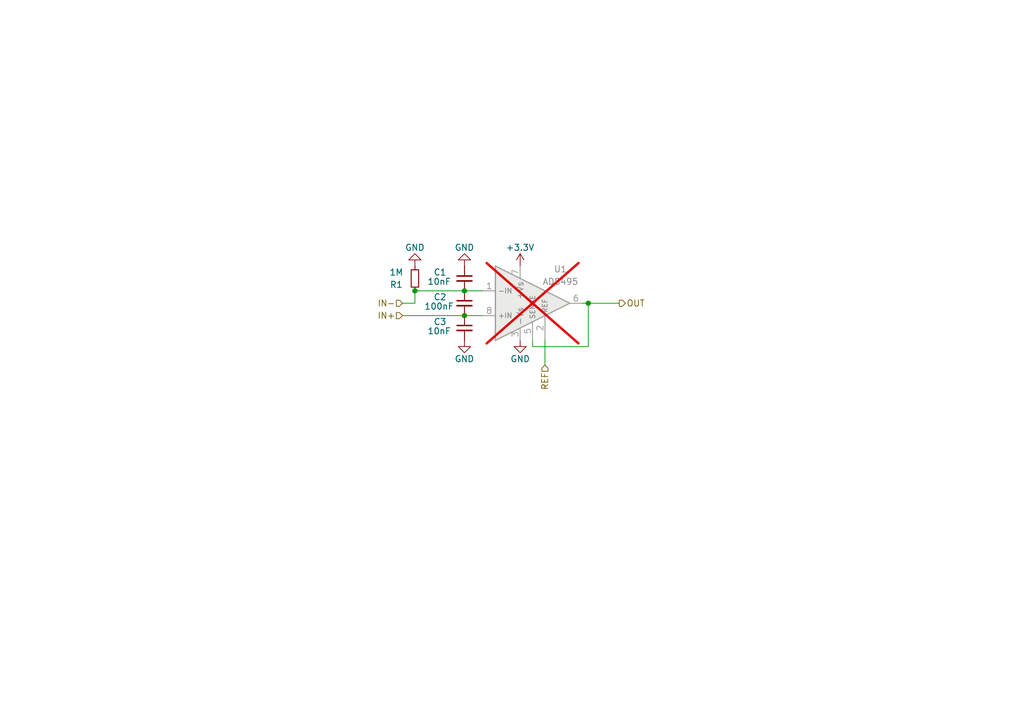
<source format=kicad_sch>
(kicad_sch (version 20230121) (generator eeschema)
  (paper "A5")
  (lib_symbols
    (symbol "Device:C_Small" (pin_numbers hide) (pin_names (offset 0.254) hide)
      (property "Reference" "C" (at 0.254 1.778 0))
      (property "Value" "C_Small" (at 0.254 -2.032 0))
      (symbol "C_Small_0_1"
        (polyline (pts (xy -1.524 -0.508) (xy 1.524 -0.508)) (stroke (width 0.3302)))
        (polyline (pts (xy -1.524 0.508) (xy 1.524 0.508)) (stroke (width 0.3048)))
      )
      (symbol "C_Small_1_1"
        (pin passive line (at 0 2.54 270) (length 2.032) (name "~") (number "1"))
        (pin passive line (at 0 -2.54 90) (length 2.032) (name "~") (number "2"))
      )
    )
    (symbol "Device:R_Small" (pin_numbers hide) (pin_names (offset 0.254) hide)
      (property "Reference" "R" (at 0.762 0.508 0))
      (property "Value" "R_Small" (at 0.762 -1.016 0))
      (symbol "R_Small_0_1"
        (rectangle (start -0.762 1.778) (end 0.762 -1.778) (stroke (width 0.2032)))
      )
      (symbol "R_Small_1_1"
        (pin passive line (at 0 2.54 270) (length 0.762) (name "~") (number "1"))
        (pin passive line (at 0 -2.54 90) (length 0.762) (name "~") (number "2"))
      )
    )
    (symbol "Sensor_Temperature:AD8495"
      (property "Reference" "U" (at 5.08 3.81 0))
      (property "Value" "AD8495" (at 8.89 -3.81 0))
      (symbol "AD8495_0_1"
        (polyline (pts (xy -7.62 7.62) (xy 7.62 0) (xy -7.62 -7.62) (xy -7.62 7.62)) (stroke (width 0.254)) (fill (type background)))
      )
      (symbol "AD8495_1_1"
        (pin input line (at -10.16 2.54 0) (length 2.54) (name "-IN") (number "1"))
        (pin input line (at 2.54 -7.62 90) (length 5.08) (name "REF") (number "2"))
        (pin power_in line (at -2.54 -7.62 90) (length 2.54) (name "-Vs") (number "3"))
        (pin no_connect line (at -5.08 0 180) (length 2.54) hide (name "NC") (number "4"))
        (pin passive line (at 0 -7.62 90) (length 3.81) (name "SENSE") (number "5"))
        (pin output line (at 10.16 0 180) (length 2.54) (name "~") (number "6"))
        (pin power_in line (at -2.54 7.62 270) (length 2.54) (name "+Vs") (number "7"))
        (pin input line (at -10.16 -2.54 0) (length 2.54) (name "+IN") (number "8"))
      )
    )
    (symbol "power:+3.3V" (power) (pin_names (offset 0))
      (property "Value" "+3.3V" (at 0 3.556 0))
      (symbol "+3.3V_0_1"
        (polyline (pts (xy -0.762 1.27) (xy 0 2.54)))
        (polyline (pts (xy 0 0) (xy 0 2.54)))
        (polyline (pts (xy 0 2.54) (xy 0.762 1.27)))
      )
      (symbol "+3.3V_1_1"
        (pin power_in line (at 0 0 90) (length 0) hide (name "+3.3V") (number "1"))
      )
    )
    (symbol "power:GND" (power) (pin_names (offset 0))
      (property "Value" "GND" (at 0 -3.81 0))
      (symbol "GND_0_1"
        (polyline (pts (xy 0 0) (xy 0 -1.27) (xy 1.27 -1.27) (xy 0 -2.54) (xy -1.27 -1.27) (xy 0 -1.27)))
      )
      (symbol "GND_1_1"
        (pin power_in line (at 0 0 270) (length 0) hide (name "GND") (number "1"))
      )
    )
  )
  (junction (at 120.65 62.23))
  (junction (at 95.25 64.77))
  (junction (at 95.25 59.69))
  (junction (at 85.09 59.69))
  (wire (pts (xy 85.09 62.23) (xy 85.09 59.69)))
  (wire (pts (xy 95.25 64.77) (xy 99.06 64.77)))
  (wire (pts (xy 120.65 62.23) (xy 120.65 71.12)))
  (wire (pts (xy 82.55 62.23) (xy 85.09 62.23)))
  (wire (pts (xy 95.25 59.69) (xy 99.06 59.69)))
  (wire (pts (xy 109.22 71.12) (xy 109.22 69.85)))
  (wire (pts (xy 82.55 64.77) (xy 95.25 64.77)))
  (wire (pts (xy 85.09 59.69) (xy 95.25 59.69)))
  (wire (pts (xy 120.65 62.23) (xy 127 62.23)))
  (wire (pts (xy 119.38 62.23) (xy 120.65 62.23)))
  (wire (pts (xy 120.65 71.12) (xy 109.22 71.12)))
  (wire (pts (xy 111.76 69.85) (xy 111.76 74.93)))
  (hierarchical_label "OUT" (shape output) (at 127 62.23 0))
  (hierarchical_label "REF" (shape input) (at 111.76 74.93 270))
  (hierarchical_label "IN+" (shape input) (at 82.55 64.77 180))
  (hierarchical_label "IN-" (shape input) (at 82.55 62.23 180))
  (symbol (lib_id "power:GND") (at 95.25 69.85 0) (unit 1)
    (property "Reference" "#PWR03" (effects hide))
    (property "Value" "GND" (at 95.25 73.66 0))
    (instances (project "ecu-kicad-v0.4" (path "" (reference "#PWR03") (unit 1)) (path "" (reference "#PWR010") (unit 1)) (path "" (reference "#PWR015") (unit 1)) (path "" (reference "#PWR067") (unit 1)) (path "" (reference "#PWR060") (unit 1)) (path "" (reference "#PWR025") (unit 1)) (path "" (reference "#PWR020") (unit 1))))
  )
  (symbol (lib_id "Device:C_Small") (at 95.25 57.15 0) (unit 1)
    (property "Reference" "C1" (at 88.9 55.88 0) (effects (justify left)))
    (property "Value" "10nF" (at 87.63 57.785 0) (effects (justify left)))
    (property "Footprint" "Capacitor_SMD:C_0402_1005Metric" (effects hide))
    (property "LCSC" "C15195" (effects hide))
    (instances (project "ecu-kicad-v0.4" (path "" (reference "C1") (unit 1)) (path "" (reference "C4") (unit 1)) (path "" (reference "C7") (unit 1)) (path "" (reference "C48") (unit 1)) (path "" (reference "C45") (unit 1)) (path "" (reference "C39") (unit 1)) (path "" (reference "C10") (unit 1))))
  )
  (symbol (lib_id "power:GND") (at 85.09 54.61 180) (unit 1)
    (property "Reference" "#PWR01" (effects hide))
    (property "Value" "GND" (at 85.09 50.8 0))
    (instances (project "ecu-kicad-v0.4" (path "" (reference "#PWR01") (unit 1)) (path "" (reference "#PWR08") (unit 1)) (path "" (reference "#PWR013") (unit 1)) (path "" (reference "#PWR063") (unit 1)) (path "" (reference "#PWR058") (unit 1)) (path "" (reference "#PWR023") (unit 1)) (path "" (reference "#PWR018") (unit 1))))
  )
  (symbol (lib_id "power:GND") (at 106.68 69.85 0) (unit 1)
    (property "Reference" "#PWR05" (effects hide))
    (property "Value" "GND" (at 106.68 73.66 0))
    (instances (project "ecu-kicad-v0.4" (path "" (reference "#PWR05") (unit 1)) (path "" (reference "#PWR012") (unit 1)) (path "" (reference "#PWR017") (unit 1)) (path "" (reference "#PWR071") (unit 1)) (path "" (reference "#PWR062") (unit 1)) (path "" (reference "#PWR027") (unit 1)) (path "" (reference "#PWR022") (unit 1))))
  )
  (symbol (lib_id "Device:C_Small") (at 95.25 62.23 0) (unit 1)
    (property "Reference" "C2" (at 88.9 60.96 0) (effects (justify left)))
    (property "Value" "100nF" (at 86.995 62.865 0) (effects (justify left)))
    (property "Footprint" "Capacitor_SMD:C_0402_1005Metric" (effects hide))
    (property "LCSC" "C307331" (effects hide))
    (instances (project "ecu-kicad-v0.4" (path "" (reference "C2") (unit 1)) (path "" (reference "C5") (unit 1)) (path "" (reference "C8") (unit 1)) (path "" (reference "C49") (unit 1)) (path "" (reference "C46") (unit 1)) (path "" (reference "C40") (unit 1)) (path "" (reference "C37") (unit 1))))
  )
  (symbol (lib_id "power:+3.3V") (at 106.68 54.61 0) (unit 1)
    (property "Reference" "#PWR04" (effects hide))
    (property "Value" "+3.3V" (at 106.68 50.8 0))
    (instances (project "ecu-kicad-v0.4" (path "" (reference "#PWR04") (unit 1)) (path "" (reference "#PWR011") (unit 1)) (path "" (reference "#PWR016") (unit 1)) (path "" (reference "#PWR070") (unit 1)) (path "" (reference "#PWR061") (unit 1)) (path "" (reference "#PWR026") (unit 1)) (path "" (reference "#PWR021") (unit 1))))
  )
  (symbol (lib_id "Device:C_Small") (at 95.25 67.31 0) (unit 1)
    (property "Reference" "C3" (at 88.9 66.04 0) (effects (justify left)))
    (property "Value" "10nF" (at 87.63 67.945 0) (effects (justify left)))
    (property "Footprint" "Capacitor_SMD:C_0402_1005Metric" (effects hide))
    (property "LCSC" "C15195" (effects hide))
    (instances (project "ecu-kicad-v0.4" (path "" (reference "C3") (unit 1)) (path "" (reference "C6") (unit 1)) (path "" (reference "C9") (unit 1)) (path "" (reference "C50") (unit 1)) (path "" (reference "C47") (unit 1)) (path "" (reference "C41") (unit 1)) (path "" (reference "C38") (unit 1))))
  )
  (symbol (lib_id "Sensor_Temperature:AD8495") (at 109.22 62.23 0) (unit 1) (dnp yes)
    (property "Reference" "U1" (at 114.935 55.245 0))
    (property "Value" "AD8495" (at 114.935 57.785 0))
    (property "Footprint" "CustomFootprints:MSOP-8_3x3mm_P0.65mm_HandSolder" (effects hide))
    (property "Datasheet" "https://www.analog.com/media/en/technical-documentation/data-sheets/ad8494_8495_8496_8497.pdf" (effects hide))
    (property "LCSC" "C59658" (effects hide))
    (instances (project "ecu-kicad-v0.4" (path "" (reference "U1") (unit 1)) (path "" (reference "U4") (unit 1)) (path "" (reference "U5") (unit 1)) (path "" (reference "U10") (unit 1)) (path "" (reference "U9") (unit 1)) (path "" (reference "U7") (unit 1)) (path "" (reference "U6") (unit 1))))
  )
  (symbol (lib_id "power:GND") (at 95.25 54.61 180) (unit 1)
    (property "Reference" "#PWR02" (effects hide))
    (property "Value" "GND" (at 95.25 50.8 0))
    (instances (project "ecu-kicad-v0.4" (path "" (reference "#PWR02") (unit 1)) (path "" (reference "#PWR09") (unit 1)) (path "" (reference "#PWR014") (unit 1)) (path "" (reference "#PWR066") (unit 1)) (path "" (reference "#PWR059") (unit 1)) (path "" (reference "#PWR024") (unit 1)) (path "" (reference "#PWR019") (unit 1))))
  )
  (symbol (lib_id "Device:R_Small") (at 85.09 57.15 180) (unit 1)
    (property "Reference" "R1" (at 81.28 58.42 0))
    (property "Value" "1M" (at 81.28 55.88 0))
    (property "Footprint" "Resistor_SMD:R_0603_1608Metric_Pad0.98x0.95mm_HandSolder" (effects hide))
    (property "LCSC" "C26083" (effects hide))
    (instances (project "ecu-kicad-v0.4" (path "" (reference "R1") (unit 1)) (path "" (reference "R2") (unit 1)) (path "" (reference "R3") (unit 1)) (path "" (reference "R8") (unit 1)) (path "" (reference "R7") (unit 1)) (path "" (reference "R5") (unit 1)) (path "" (reference "R4") (unit 1))))
  )
)
</source>
